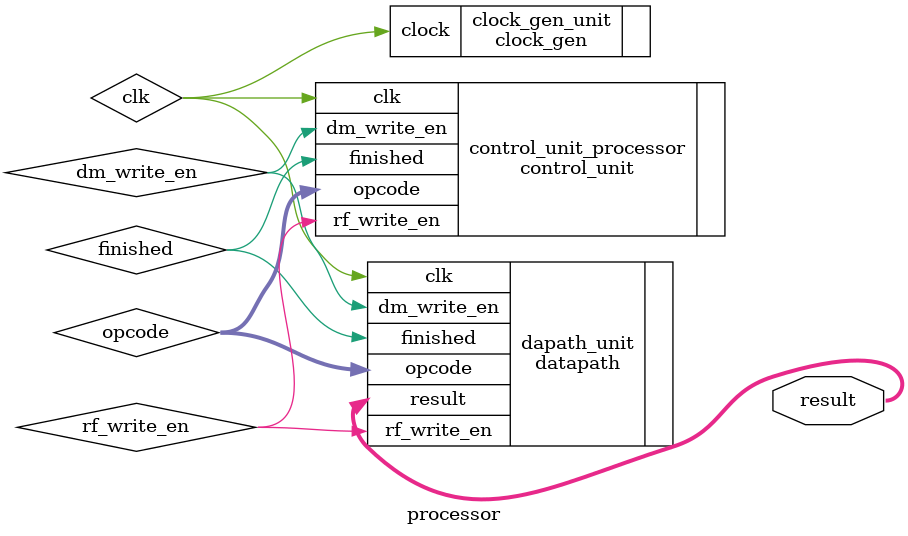
<source format=v>
/* descrição */
module processor #(
    parameter WORDSIZE = 64,           /* define o tamanho da palavra */
    parameter INSTRUCTION_SIZE = 32    /* tamanho da instrução (32 para o RISC-V) */
) (
    output [WORDSIZE-1:0] result
);

wire finished;
wire rf_write_en;
wire dm_write_en;
wire [6:0] opcode;
wire clk;

clock_gen clock_gen_unit(
    .clock(clk)
);

// Instanciacao Datapath
datapath dapath_unit(
    .clk(clk),
    .finished(finished),
    .rf_write_en(rf_write_en),
    .dm_write_en(dm_write_en),
    .opcode(opcode),
    .result(result)
);

// Instanciacao Control Unit
control_unit control_unit_processor(
    .clk(clk),
    .finished(finished),
    .rf_write_en(rf_write_en),
    .dm_write_en(dm_write_en),
    .opcode(opcode)
);


endmodule
</source>
